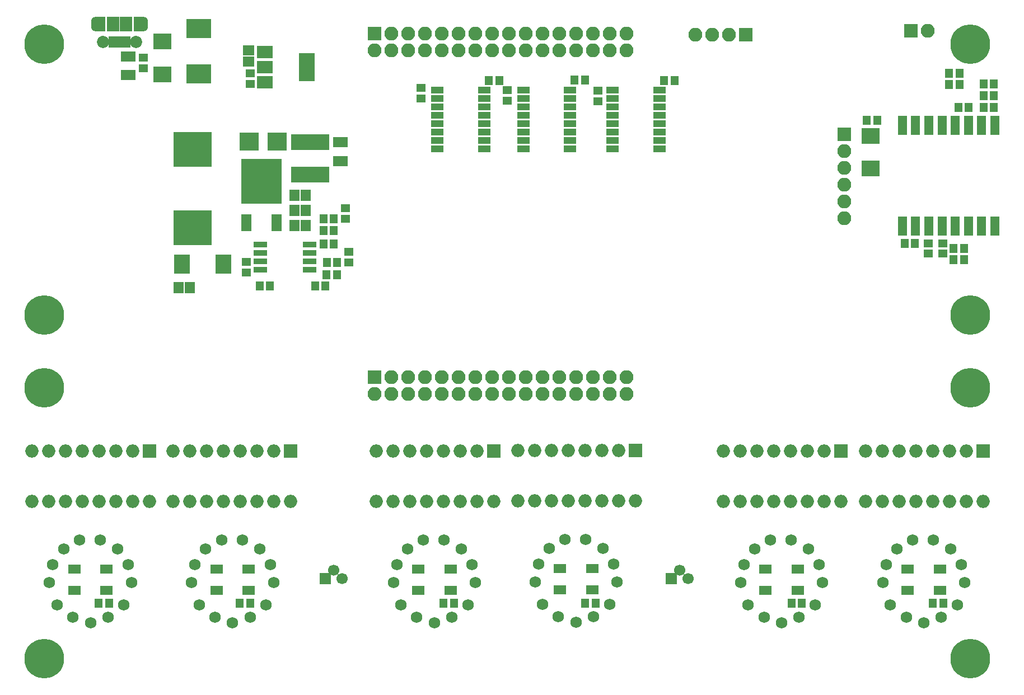
<source format=gbr>
G04 #@! TF.GenerationSoftware,KiCad,Pcbnew,(2018-01-30 revision 342197bb3)-makepkg*
G04 #@! TF.CreationDate,2018-06-27T08:36:49+02:00*
G04 #@! TF.ProjectId,NixieClock01A,4E69786965436C6F636B3031412E6B69,rev?*
G04 #@! TF.SameCoordinates,Original*
G04 #@! TF.FileFunction,Soldermask,Top*
G04 #@! TF.FilePolarity,Negative*
%FSLAX46Y46*%
G04 Gerber Fmt 4.6, Leading zero omitted, Abs format (unit mm)*
G04 Created by KiCad (PCBNEW (2018-01-30 revision 342197bb3)-makepkg) date 06/27/18 08:36:49*
%MOMM*%
%LPD*%
G01*
G04 APERTURE LIST*
%ADD10C,1.727200*%
%ADD11C,1.700000*%
%ADD12R,1.700000X1.700000*%
%ADD13R,2.000000X2.000000*%
%ADD14O,2.000000X2.000000*%
%ADD15R,2.100000X2.100000*%
%ADD16O,2.100000X2.100000*%
%ADD17R,1.900000X1.000000*%
%ADD18R,1.400000X1.220000*%
%ADD19R,1.220000X1.400000*%
%ADD20R,1.520000X1.800000*%
%ADD21R,1.900000X1.400000*%
%ADD22R,5.800000X5.300000*%
%ADD23R,1.600000X2.600000*%
%ADD24R,6.200000X6.800000*%
%ADD25R,2.150000X0.950000*%
%ADD26R,5.800000X2.400000*%
%ADD27R,2.460000X3.000000*%
%ADD28R,2.200000X1.620000*%
%ADD29R,2.900000X2.700000*%
%ADD30R,1.800000X1.520000*%
%ADD31R,2.800000X2.460000*%
%ADD32R,2.400000X4.200000*%
%ADD33R,2.400000X1.900000*%
%ADD34R,3.700000X2.900000*%
%ADD35R,1.900000X2.300000*%
%ADD36C,1.850000*%
%ADD37R,0.800000X1.750000*%
%ADD38O,1.600000X2.300000*%
%ADD39R,1.600000X2.300000*%
%ADD40C,6.000000*%
%ADD41R,1.400000X2.900000*%
G04 APERTURE END LIST*
D10*
X228990734Y-148551499D03*
X230470534Y-136013499D03*
X231635734Y-147719499D03*
X226345734Y-147719499D03*
X227345734Y-136083499D03*
X222801734Y-142520499D03*
X223301734Y-139782499D03*
X235179734Y-142520499D03*
X234679734Y-139782499D03*
X233057734Y-137414499D03*
X224923734Y-137414499D03*
X223923734Y-145888499D03*
X234057734Y-145888499D03*
X207490734Y-148551499D03*
X208970534Y-136013499D03*
X210135734Y-147719499D03*
X204845734Y-147719499D03*
X205845734Y-136083499D03*
X201301734Y-142520499D03*
X201801734Y-139782499D03*
X213679734Y-142520499D03*
X213179734Y-139782499D03*
X211557734Y-137414499D03*
X203423734Y-137414499D03*
X202423734Y-145888499D03*
X212557734Y-145888499D03*
X176411090Y-148473700D03*
X177890890Y-135935700D03*
X179056090Y-147641700D03*
X173766090Y-147641700D03*
X174766090Y-136005700D03*
X170222090Y-142442700D03*
X170722090Y-139704700D03*
X182600090Y-142442700D03*
X182100090Y-139704700D03*
X180478090Y-137336700D03*
X172344090Y-137336700D03*
X171344090Y-145810700D03*
X181478090Y-145810700D03*
X154990734Y-148551499D03*
X156470534Y-136013499D03*
X157635734Y-147719499D03*
X152345734Y-147719499D03*
X153345734Y-136083499D03*
X148801734Y-142520499D03*
X149301734Y-139782499D03*
X161179734Y-142520499D03*
X160679734Y-139782499D03*
X159057734Y-137414499D03*
X150923734Y-137414499D03*
X149923734Y-145888499D03*
X160057734Y-145888499D03*
X124490734Y-148551499D03*
X125970534Y-136013499D03*
X127135734Y-147719499D03*
X121845734Y-147719499D03*
X122845734Y-136083499D03*
X118301734Y-142520499D03*
X118801734Y-139782499D03*
X130679734Y-142520499D03*
X130179734Y-139782499D03*
X128557734Y-137414499D03*
X120423734Y-137414499D03*
X119423734Y-145888499D03*
X129557734Y-145888499D03*
X102990734Y-148551499D03*
X104470534Y-136013499D03*
X105635734Y-147719499D03*
X100345734Y-147719499D03*
X101345734Y-136083499D03*
X96801734Y-142520499D03*
X97301734Y-139782499D03*
X109179734Y-142520499D03*
X108679734Y-139782499D03*
X107057734Y-137414499D03*
X98923734Y-137414499D03*
X97923734Y-145888499D03*
X108057734Y-145888499D03*
D11*
X192089285Y-140647500D03*
X193359285Y-141917500D03*
D12*
X190819285Y-141917500D03*
D13*
X133230734Y-122551499D03*
D14*
X115450734Y-130171499D03*
X130690734Y-122551499D03*
X117990734Y-130171499D03*
X128150734Y-122551499D03*
X120530734Y-130171499D03*
X125610734Y-122551499D03*
X123070734Y-130171499D03*
X123070734Y-122551499D03*
X125610734Y-130171499D03*
X120530734Y-122551499D03*
X128150734Y-130171499D03*
X117990734Y-122551499D03*
X130690734Y-130171499D03*
X115450734Y-122551499D03*
X133230734Y-130171499D03*
D15*
X145990379Y-111429297D03*
D16*
X145990379Y-113969297D03*
X148530379Y-111429297D03*
X148530379Y-113969297D03*
X151070379Y-111429297D03*
X151070379Y-113969297D03*
X153610379Y-111429297D03*
X153610379Y-113969297D03*
X156150379Y-111429297D03*
X156150379Y-113969297D03*
X158690379Y-111429297D03*
X158690379Y-113969297D03*
X161230379Y-111429297D03*
X161230379Y-113969297D03*
X163770379Y-111429297D03*
X163770379Y-113969297D03*
X166310379Y-111429297D03*
X166310379Y-113969297D03*
X168850379Y-111429297D03*
X168850379Y-113969297D03*
X171390379Y-111429297D03*
X171390379Y-113969297D03*
X173930379Y-111429297D03*
X173930379Y-113969297D03*
X176470379Y-111429297D03*
X176470379Y-113969297D03*
X179010379Y-111429297D03*
X179010379Y-113969297D03*
X181550379Y-111429297D03*
X181550379Y-113969297D03*
X184090379Y-111429297D03*
X184090379Y-113969297D03*
D17*
X155440379Y-67984297D03*
X155440379Y-69254297D03*
X155440379Y-70524297D03*
X155440379Y-71794297D03*
X155440379Y-73064297D03*
X155440379Y-74334297D03*
X155440379Y-75604297D03*
X155440379Y-76874297D03*
X162540379Y-76874297D03*
X162540379Y-75604297D03*
X162540379Y-74334297D03*
X162540379Y-73064297D03*
X162540379Y-71794297D03*
X162540379Y-70524297D03*
X162540379Y-69254297D03*
X162540379Y-67984297D03*
D18*
X126568379Y-95609297D03*
X126568379Y-94009297D03*
D19*
X164800000Y-66500000D03*
X163200000Y-66500000D03*
X239636703Y-68824379D03*
X238036703Y-68824379D03*
X222009103Y-72583579D03*
X220409103Y-72583579D03*
D18*
X152990379Y-69229297D03*
X152990379Y-67629297D03*
X231851703Y-91138379D03*
X231851703Y-92738379D03*
X229692703Y-92738379D03*
X229692703Y-91138379D03*
D19*
X235826703Y-70602379D03*
X234226703Y-70602379D03*
X238036703Y-67046379D03*
X239636703Y-67046379D03*
X227698703Y-91176379D03*
X226098703Y-91176379D03*
X234400000Y-65400000D03*
X232800000Y-65400000D03*
X234400000Y-67100000D03*
X232800000Y-67100000D03*
X238036703Y-70602379D03*
X239636703Y-70602379D03*
D14*
X111880734Y-130171499D03*
X94100734Y-122551499D03*
X109340734Y-130171499D03*
X96640734Y-122551499D03*
X106800734Y-130171499D03*
X99180734Y-122551499D03*
X104260734Y-130171499D03*
X101720734Y-122551499D03*
X101720734Y-130171499D03*
X104260734Y-122551499D03*
X99180734Y-130171499D03*
X106800734Y-122551499D03*
X96640734Y-130171499D03*
X109340734Y-122551499D03*
X94100734Y-130171499D03*
D13*
X111880734Y-122551499D03*
D19*
X138722379Y-94047297D03*
X140322379Y-94047297D03*
X138214379Y-87443297D03*
X139814379Y-87443297D03*
X138544379Y-97603297D03*
X136944379Y-97603297D03*
D20*
X116290379Y-97857297D03*
X118050379Y-97857297D03*
D18*
X142062379Y-94085297D03*
X142062379Y-92485297D03*
D19*
X139814379Y-91253297D03*
X138214379Y-91253297D03*
X138214379Y-89221297D03*
X139814379Y-89221297D03*
D18*
X141554379Y-85881297D03*
X141554379Y-87481297D03*
D19*
X140292998Y-95947797D03*
X138692998Y-95947797D03*
D20*
X133816379Y-86173297D03*
X135576379Y-86173297D03*
X135576379Y-83887297D03*
X133816379Y-83887297D03*
X133816379Y-88459297D03*
X135576379Y-88459297D03*
D19*
X105822734Y-145629297D03*
X104222734Y-145629297D03*
D21*
X100540734Y-140451499D03*
X100540734Y-143651499D03*
X105440734Y-140451499D03*
X105440734Y-143651499D03*
D22*
X118440379Y-88771297D03*
X118440379Y-76971297D03*
D23*
X126574379Y-88087297D03*
X131134379Y-88087297D03*
D24*
X128854379Y-81787297D03*
D25*
X136110379Y-95190297D03*
X136110379Y-93920297D03*
X136110379Y-92650297D03*
X136110379Y-91380297D03*
X128710379Y-91380297D03*
X128710379Y-92650297D03*
X128710379Y-93920297D03*
X128710379Y-95190297D03*
D19*
X128562379Y-97603297D03*
X130162379Y-97603297D03*
D26*
X136220379Y-75849297D03*
X136220379Y-80749297D03*
D27*
X116834379Y-94301297D03*
X123094379Y-94301297D03*
D28*
X140792379Y-75853297D03*
X140792379Y-78713297D03*
D29*
X131258379Y-75759297D03*
X126958379Y-75759297D03*
D15*
X216992703Y-74666379D03*
D16*
X216992703Y-77206379D03*
X216992703Y-79746379D03*
X216992703Y-82286379D03*
X216992703Y-84826379D03*
X216992703Y-87366379D03*
D19*
X177790379Y-66429297D03*
X176190379Y-66429297D03*
D21*
X122040734Y-140451499D03*
X122040734Y-143651499D03*
X126940734Y-140451499D03*
X126940734Y-143651499D03*
D19*
X125590379Y-145629297D03*
X127190379Y-145629297D03*
X156390379Y-145629297D03*
X157990379Y-145629297D03*
X189700000Y-66529297D03*
X191300000Y-66529297D03*
X179390379Y-145629297D03*
X177790379Y-145629297D03*
X208990379Y-145629297D03*
X210590379Y-145629297D03*
D30*
X126929297Y-61929621D03*
X126929297Y-63689621D03*
D19*
X231990379Y-145629297D03*
X230390379Y-145629297D03*
D18*
X127129297Y-67009621D03*
X127129297Y-65409621D03*
D21*
X152540734Y-140451499D03*
X152540734Y-143651499D03*
X157440734Y-140451499D03*
X157440734Y-143651499D03*
X178861090Y-143573700D03*
X178861090Y-140373700D03*
X173961090Y-143573700D03*
X173961090Y-140373700D03*
X205040734Y-140451499D03*
X205040734Y-143651499D03*
X209940734Y-140451499D03*
X209940734Y-143651499D03*
X231440734Y-143651499D03*
X231440734Y-140451499D03*
X226540734Y-143651499D03*
X226540734Y-140451499D03*
D18*
X166000000Y-69600000D03*
X166000000Y-68000000D03*
X179700000Y-68100000D03*
X179700000Y-69700000D03*
D17*
X175540379Y-67984297D03*
X175540379Y-69254297D03*
X175540379Y-70524297D03*
X175540379Y-71794297D03*
X175540379Y-73064297D03*
X175540379Y-74334297D03*
X175540379Y-75604297D03*
X175540379Y-76874297D03*
X168440379Y-76874297D03*
X168440379Y-75604297D03*
X168440379Y-74334297D03*
X168440379Y-73064297D03*
X168440379Y-71794297D03*
X168440379Y-70524297D03*
X168440379Y-69254297D03*
X168440379Y-67984297D03*
X181940379Y-67984297D03*
X181940379Y-69254297D03*
X181940379Y-70524297D03*
X181940379Y-71794297D03*
X181940379Y-73064297D03*
X181940379Y-74334297D03*
X181940379Y-75604297D03*
X181940379Y-76874297D03*
X189040379Y-76874297D03*
X189040379Y-75604297D03*
X189040379Y-74334297D03*
X189040379Y-73064297D03*
X189040379Y-71794297D03*
X189040379Y-70524297D03*
X189040379Y-69254297D03*
X189040379Y-67984297D03*
D14*
X163990734Y-130171499D03*
X146210734Y-122551499D03*
X161450734Y-130171499D03*
X148750734Y-122551499D03*
X158910734Y-130171499D03*
X151290734Y-122551499D03*
X156370734Y-130171499D03*
X153830734Y-122551499D03*
X153830734Y-130171499D03*
X156370734Y-122551499D03*
X151290734Y-130171499D03*
X158910734Y-122551499D03*
X148750734Y-130171499D03*
X161450734Y-122551499D03*
X146210734Y-130171499D03*
D13*
X163990734Y-122551499D03*
X185411090Y-122473700D03*
D14*
X167631090Y-130093700D03*
X182871090Y-122473700D03*
X170171090Y-130093700D03*
X180331090Y-122473700D03*
X172711090Y-130093700D03*
X177791090Y-122473700D03*
X175251090Y-130093700D03*
X175251090Y-122473700D03*
X177791090Y-130093700D03*
X172711090Y-122473700D03*
X180331090Y-130093700D03*
X170171090Y-122473700D03*
X182871090Y-130093700D03*
X167631090Y-122473700D03*
X185411090Y-130093700D03*
D13*
X216490734Y-122551499D03*
D14*
X198710734Y-130171499D03*
X213950734Y-122551499D03*
X201250734Y-130171499D03*
X211410734Y-122551499D03*
X203790734Y-130171499D03*
X208870734Y-122551499D03*
X206330734Y-130171499D03*
X206330734Y-122551499D03*
X208870734Y-130171499D03*
X203790734Y-122551499D03*
X211410734Y-130171499D03*
X201250734Y-122551499D03*
X213950734Y-130171499D03*
X198710734Y-122551499D03*
X216490734Y-130171499D03*
X237990734Y-130171499D03*
X220210734Y-122551499D03*
X235450734Y-130171499D03*
X222750734Y-122551499D03*
X232910734Y-130171499D03*
X225290734Y-122551499D03*
X230370734Y-130171499D03*
X227830734Y-122551499D03*
X227830734Y-130171499D03*
X230370734Y-122551499D03*
X225290734Y-130171499D03*
X232910734Y-122551499D03*
X222750734Y-130171499D03*
X235450734Y-122551499D03*
X220210734Y-130171499D03*
D13*
X237990734Y-122551499D03*
D15*
X145990379Y-59429297D03*
D16*
X145990379Y-61969297D03*
X148530379Y-59429297D03*
X148530379Y-61969297D03*
X151070379Y-59429297D03*
X151070379Y-61969297D03*
X153610379Y-59429297D03*
X153610379Y-61969297D03*
X156150379Y-59429297D03*
X156150379Y-61969297D03*
X158690379Y-59429297D03*
X158690379Y-61969297D03*
X161230379Y-59429297D03*
X161230379Y-61969297D03*
X163770379Y-59429297D03*
X163770379Y-61969297D03*
X166310379Y-59429297D03*
X166310379Y-61969297D03*
X168850379Y-59429297D03*
X168850379Y-61969297D03*
X171390379Y-59429297D03*
X171390379Y-61969297D03*
X173930379Y-59429297D03*
X173930379Y-61969297D03*
X176470379Y-59429297D03*
X176470379Y-61969297D03*
X179010379Y-59429297D03*
X179010379Y-61969297D03*
X181550379Y-59429297D03*
X181550379Y-61969297D03*
X184090379Y-59429297D03*
X184090379Y-61969297D03*
D31*
X220970703Y-74910379D03*
X220970703Y-79870379D03*
D32*
X135679297Y-64509621D03*
D33*
X129379297Y-64509621D03*
X129379297Y-66809621D03*
X129379297Y-62209621D03*
D18*
X111000000Y-64700000D03*
X111000000Y-63100000D03*
D31*
X113900000Y-65580000D03*
X113900000Y-60620000D03*
D34*
X119400000Y-65500000D03*
X119400000Y-58700000D03*
D28*
X108700000Y-65730000D03*
X108700000Y-62870000D03*
D35*
X106400000Y-57962500D03*
D36*
X109900000Y-60662500D03*
D37*
X108050000Y-60662500D03*
X108700000Y-60662500D03*
X106100000Y-60662500D03*
X106750000Y-60662500D03*
X107400000Y-60662500D03*
D36*
X104900000Y-60662500D03*
D35*
X108400000Y-57962500D03*
D38*
X110900000Y-57962500D03*
X103900000Y-57962500D03*
D39*
X104500000Y-57962500D03*
X110300000Y-57962500D03*
D40*
X236000000Y-154000000D03*
X96000000Y-154000000D03*
X236000000Y-113000000D03*
X96000000Y-113000000D03*
X236000000Y-61000000D03*
X236000000Y-102000000D03*
X96000000Y-102000000D03*
X96000000Y-61000000D03*
D41*
X239775203Y-73313379D03*
X237775203Y-73313379D03*
X235775203Y-73313379D03*
X233775203Y-73313379D03*
X231775203Y-73313379D03*
X229775203Y-73313379D03*
X227775203Y-73313379D03*
X225775203Y-73313379D03*
X225775203Y-88513379D03*
X227775203Y-88513379D03*
X229775203Y-88513379D03*
X231775203Y-88513379D03*
X233775203Y-88513379D03*
X235775203Y-88513379D03*
X237775203Y-88513379D03*
X239775203Y-88513379D03*
D15*
X227100000Y-59000000D03*
D16*
X229640000Y-59000000D03*
D11*
X139789285Y-140647500D03*
X141059285Y-141917500D03*
D12*
X138519285Y-141917500D03*
D15*
X202100000Y-59600000D03*
D16*
X199560000Y-59600000D03*
X197020000Y-59600000D03*
X194480000Y-59600000D03*
D19*
X233500000Y-93600000D03*
X235100000Y-93600000D03*
X235100000Y-91900000D03*
X233500000Y-91900000D03*
M02*

</source>
